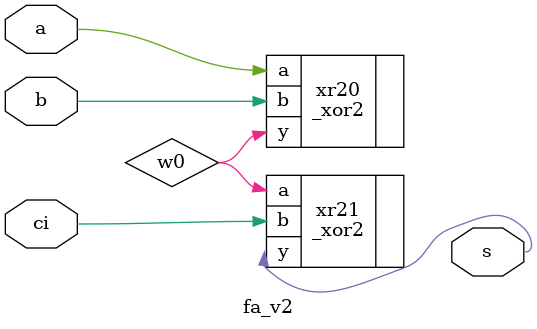
<source format=v>
module fa_v2(a, b, ci, s);
	input a, b, ci;
	output s;
	
	_xor2 xr20(.a(a), .b(b), .y(w0));
	_xor2 xr21(.a(w0), .b(ci), .y(s)); // no cout
endmodule

</source>
